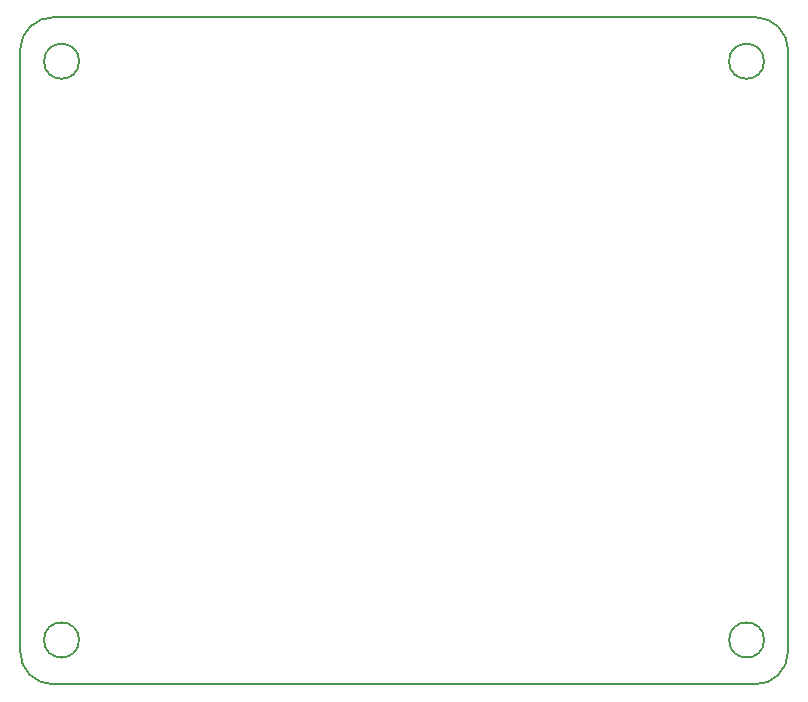
<source format=gbr>
G04 #@! TF.FileFunction,Profile,NP*
%FSLAX46Y46*%
G04 Gerber Fmt 4.6, Leading zero omitted, Abs format (unit mm)*
G04 Created by KiCad (PCBNEW 4.0.7) date 01/21/18 10:34:35*
%MOMM*%
%LPD*%
G01*
G04 APERTURE LIST*
%ADD10C,0.100000*%
%ADD11C,0.150000*%
G04 APERTURE END LIST*
D10*
D11*
X95655485Y-61417645D02*
G75*
G03X92811600Y-64211200I-49885J-2793555D01*
G01*
X157835155Y-64261085D02*
G75*
G03X155041600Y-61417200I-2793555J49885D01*
G01*
X97800160Y-65145920D02*
G75*
G03X97800160Y-65145920I-1483673J0D01*
G01*
X155793440Y-65145920D02*
G75*
G03X155793440Y-65145920I-1483673J0D01*
G01*
X97795393Y-114147913D02*
G75*
G03X97795393Y-114147913I-1483673J0D01*
G01*
X155803913Y-114147600D02*
G75*
G03X155803913Y-114147600I-1483673J0D01*
G01*
X92811600Y-115062000D02*
G75*
G03X95605155Y-117905885I2793555J-49885D01*
G01*
X154991715Y-117906800D02*
G75*
G03X157835600Y-115113245I49885J2793555D01*
G01*
X155041600Y-61417200D02*
X95655485Y-61417200D01*
X92811600Y-64212000D02*
X92811600Y-115062000D01*
X154991715Y-117906800D02*
X95605155Y-117906800D01*
X157835600Y-64261085D02*
X157835600Y-115113245D01*
M02*

</source>
